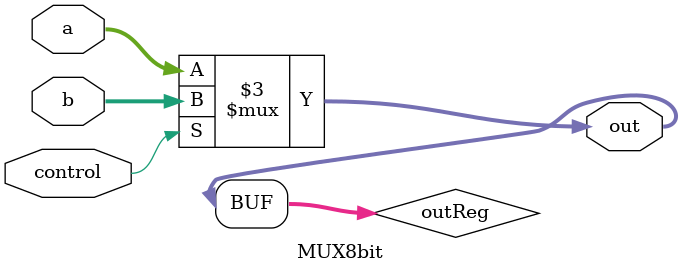
<source format=v>
`timescale 1ns / 1ps
module MUX8bit(
    input [7:0] a,
    input [7:0] b,
    input control,
    output [7:0] out
    );
	 
	 reg [7:0] outReg;
	 
	 assign out = outReg;
	 
	 always @(*) begin
		if(control) begin
			outReg=b;
		end
		else begin
			outReg=a;
		end
	 end


endmodule

</source>
